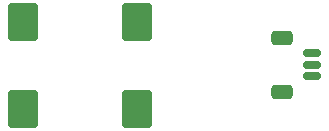
<source format=gbr>
%TF.GenerationSoftware,KiCad,Pcbnew,7.0.10*%
%TF.CreationDate,2024-01-26T14:27:53+11:00*%
%TF.ProjectId,cptibp8-pcb,63707469-6270-4382-9d70-63622e6b6963,rev?*%
%TF.SameCoordinates,Original*%
%TF.FileFunction,Paste,Top*%
%TF.FilePolarity,Positive*%
%FSLAX46Y46*%
G04 Gerber Fmt 4.6, Leading zero omitted, Abs format (unit mm)*
G04 Created by KiCad (PCBNEW 7.0.10) date 2024-01-26 14:27:53*
%MOMM*%
%LPD*%
G01*
G04 APERTURE LIST*
G04 Aperture macros list*
%AMRoundRect*
0 Rectangle with rounded corners*
0 $1 Rounding radius*
0 $2 $3 $4 $5 $6 $7 $8 $9 X,Y pos of 4 corners*
0 Add a 4 corners polygon primitive as box body*
4,1,4,$2,$3,$4,$5,$6,$7,$8,$9,$2,$3,0*
0 Add four circle primitives for the rounded corners*
1,1,$1+$1,$2,$3*
1,1,$1+$1,$4,$5*
1,1,$1+$1,$6,$7*
1,1,$1+$1,$8,$9*
0 Add four rect primitives between the rounded corners*
20,1,$1+$1,$2,$3,$4,$5,0*
20,1,$1+$1,$4,$5,$6,$7,0*
20,1,$1+$1,$6,$7,$8,$9,0*
20,1,$1+$1,$8,$9,$2,$3,0*%
G04 Aperture macros list end*
%ADD10RoundRect,0.250000X-1.000000X1.350000X-1.000000X-1.350000X1.000000X-1.350000X1.000000X1.350000X0*%
%ADD11RoundRect,0.150000X0.625000X-0.150000X0.625000X0.150000X-0.625000X0.150000X-0.625000X-0.150000X0*%
%ADD12RoundRect,0.250000X0.650000X-0.350000X0.650000X0.350000X-0.650000X0.350000X-0.650000X-0.350000X0*%
G04 APERTURE END LIST*
D10*
%TO.C,C8*%
X18900000Y-33000000D03*
X18900000Y-40400000D03*
%TD*%
D11*
%TO.C,BT1*%
X43400000Y-37650000D03*
X43400000Y-36650000D03*
X43400000Y-35650000D03*
D12*
X40875000Y-38950000D03*
X40875000Y-34350000D03*
%TD*%
D10*
%TO.C,C10*%
X28600000Y-33000000D03*
X28600000Y-40400000D03*
%TD*%
M02*

</source>
